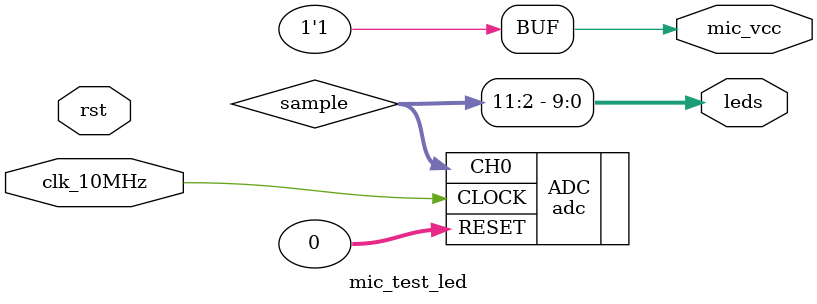
<source format=sv>
module mic_test_led (
    input clk_10MHz,
    input rst,
    output mic_vcc,
    output wire [9:0] leds
);
    wire [11:0] sample;

    /*
        ADC parameters
        board: DE-10 lite
        ADC clock freq: 10.0 MHz
        system clock freq: 50.0 MHz
        no. channels: 1 (CH0)
    */

    adc ADC (.CLOCK(clk_10MHz), .CH0(sample), .RESET(0)); 

    assign leds = sample[11:2];
    assign mic_vcc = 1'b1; 

endmodule

</source>
